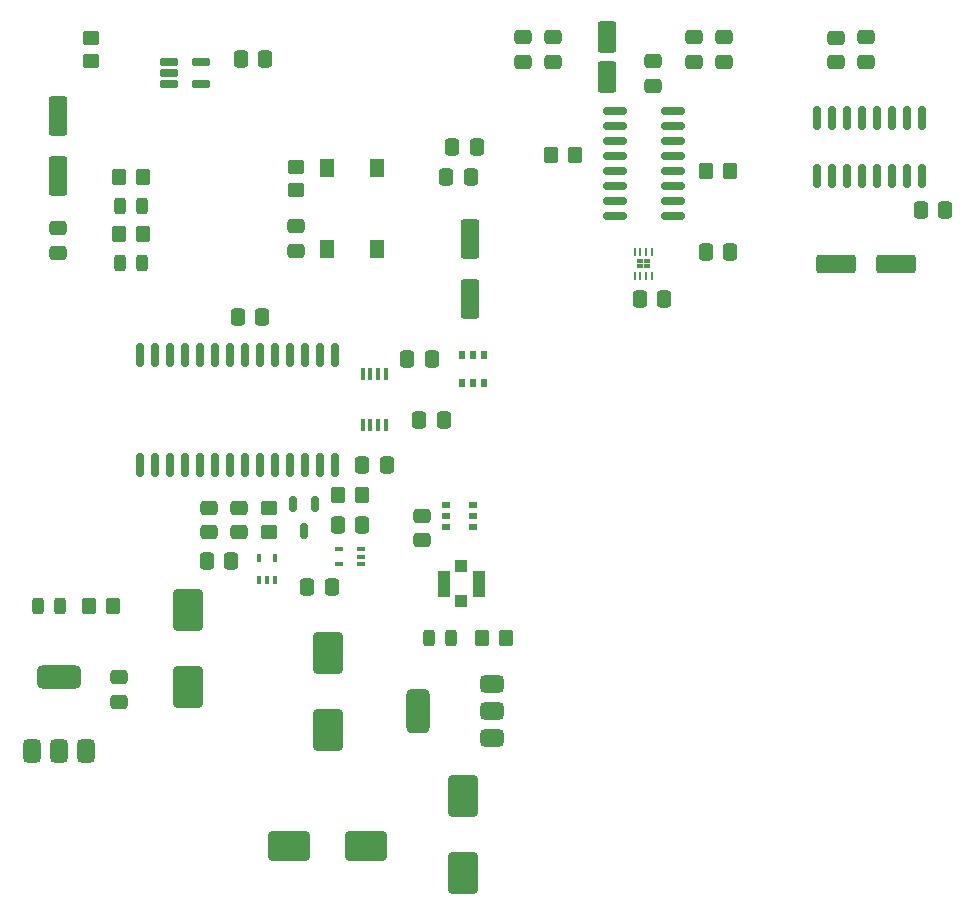
<source format=gtp>
G04 #@! TF.GenerationSoftware,KiCad,Pcbnew,7.0.11*
G04 #@! TF.CreationDate,2024-03-19T21:31:16+01:00*
G04 #@! TF.ProjectId,GPSDO,47505344-4f2e-46b6-9963-61645f706362,rev?*
G04 #@! TF.SameCoordinates,Original*
G04 #@! TF.FileFunction,Paste,Top*
G04 #@! TF.FilePolarity,Positive*
%FSLAX46Y46*%
G04 Gerber Fmt 4.6, Leading zero omitted, Abs format (unit mm)*
G04 Created by KiCad (PCBNEW 7.0.11) date 2024-03-19 21:31:16*
%MOMM*%
%LPD*%
G01*
G04 APERTURE LIST*
G04 Aperture macros list*
%AMRoundRect*
0 Rectangle with rounded corners*
0 $1 Rounding radius*
0 $2 $3 $4 $5 $6 $7 $8 $9 X,Y pos of 4 corners*
0 Add a 4 corners polygon primitive as box body*
4,1,4,$2,$3,$4,$5,$6,$7,$8,$9,$2,$3,0*
0 Add four circle primitives for the rounded corners*
1,1,$1+$1,$2,$3*
1,1,$1+$1,$4,$5*
1,1,$1+$1,$6,$7*
1,1,$1+$1,$8,$9*
0 Add four rect primitives between the rounded corners*
20,1,$1+$1,$2,$3,$4,$5,0*
20,1,$1+$1,$4,$5,$6,$7,0*
20,1,$1+$1,$6,$7,$8,$9,0*
20,1,$1+$1,$8,$9,$2,$3,0*%
G04 Aperture macros list end*
%ADD10RoundRect,0.250000X0.550000X-1.075000X0.550000X1.075000X-0.550000X1.075000X-0.550000X-1.075000X0*%
%ADD11RoundRect,0.250000X1.000000X-1.500000X1.000000X1.500000X-1.000000X1.500000X-1.000000X-1.500000X0*%
%ADD12R,0.400000X1.100000*%
%ADD13RoundRect,0.250000X0.350000X0.450000X-0.350000X0.450000X-0.350000X-0.450000X0.350000X-0.450000X0*%
%ADD14RoundRect,0.150000X-0.150000X0.512500X-0.150000X-0.512500X0.150000X-0.512500X0.150000X0.512500X0*%
%ADD15RoundRect,0.243750X-0.243750X-0.456250X0.243750X-0.456250X0.243750X0.456250X-0.243750X0.456250X0*%
%ADD16RoundRect,0.162500X-0.617500X-0.162500X0.617500X-0.162500X0.617500X0.162500X-0.617500X0.162500X0*%
%ADD17R,0.510000X0.700000*%
%ADD18RoundRect,0.250000X1.500000X1.000000X-1.500000X1.000000X-1.500000X-1.000000X1.500000X-1.000000X0*%
%ADD19RoundRect,0.250000X-0.350000X-0.450000X0.350000X-0.450000X0.350000X0.450000X-0.350000X0.450000X0*%
%ADD20RoundRect,0.090000X-0.170000X0.090000X-0.170000X-0.090000X0.170000X-0.090000X0.170000X0.090000X0*%
%ADD21RoundRect,0.062500X-0.062500X0.287500X-0.062500X-0.287500X0.062500X-0.287500X0.062500X0.287500X0*%
%ADD22RoundRect,0.375000X0.375000X-0.625000X0.375000X0.625000X-0.375000X0.625000X-0.375000X-0.625000X0*%
%ADD23RoundRect,0.500000X1.400000X-0.500000X1.400000X0.500000X-1.400000X0.500000X-1.400000X-0.500000X0*%
%ADD24RoundRect,0.250000X0.475000X-0.337500X0.475000X0.337500X-0.475000X0.337500X-0.475000X-0.337500X0*%
%ADD25RoundRect,0.250000X-1.412500X-0.550000X1.412500X-0.550000X1.412500X0.550000X-1.412500X0.550000X0*%
%ADD26RoundRect,0.250000X-0.450000X0.350000X-0.450000X-0.350000X0.450000X-0.350000X0.450000X0.350000X0*%
%ADD27RoundRect,0.250000X-0.337500X-0.475000X0.337500X-0.475000X0.337500X0.475000X-0.337500X0.475000X0*%
%ADD28RoundRect,0.250000X0.550000X-1.412500X0.550000X1.412500X-0.550000X1.412500X-0.550000X-1.412500X0*%
%ADD29RoundRect,0.243750X0.243750X0.456250X-0.243750X0.456250X-0.243750X-0.456250X0.243750X-0.456250X0*%
%ADD30RoundRect,0.375000X0.625000X0.375000X-0.625000X0.375000X-0.625000X-0.375000X0.625000X-0.375000X0*%
%ADD31RoundRect,0.500000X0.500000X1.400000X-0.500000X1.400000X-0.500000X-1.400000X0.500000X-1.400000X0*%
%ADD32RoundRect,0.250000X-1.000000X1.500000X-1.000000X-1.500000X1.000000X-1.500000X1.000000X1.500000X0*%
%ADD33RoundRect,0.250000X0.337500X0.475000X-0.337500X0.475000X-0.337500X-0.475000X0.337500X-0.475000X0*%
%ADD34RoundRect,0.100000X0.225000X0.100000X-0.225000X0.100000X-0.225000X-0.100000X0.225000X-0.100000X0*%
%ADD35R,0.700000X0.510000*%
%ADD36R,1.300000X1.550000*%
%ADD37RoundRect,0.250000X-0.475000X0.337500X-0.475000X-0.337500X0.475000X-0.337500X0.475000X0.337500X0*%
%ADD38RoundRect,0.100000X0.100000X-0.225000X0.100000X0.225000X-0.100000X0.225000X-0.100000X-0.225000X0*%
%ADD39R,1.000000X1.000000*%
%ADD40R,1.050000X2.200000*%
%ADD41RoundRect,0.150000X0.150000X-0.875000X0.150000X0.875000X-0.150000X0.875000X-0.150000X-0.875000X0*%
%ADD42RoundRect,0.150000X-0.825000X-0.150000X0.825000X-0.150000X0.825000X0.150000X-0.825000X0.150000X0*%
%ADD43RoundRect,0.150000X-0.150000X0.825000X-0.150000X-0.825000X0.150000X-0.825000X0.150000X0.825000X0*%
G04 APERTURE END LIST*
D10*
X70612000Y-35076000D03*
X70612000Y-31726000D03*
D11*
X46990000Y-90372000D03*
X46990000Y-83872000D03*
D12*
X51902000Y-60207000D03*
X51252000Y-60207000D03*
X50602000Y-60207000D03*
X49952000Y-60207000D03*
X49952000Y-64507000D03*
X50602000Y-64507000D03*
X51252000Y-64507000D03*
X51902000Y-64507000D03*
D13*
X62087000Y-82550000D03*
X60087000Y-82550000D03*
D14*
X45908000Y-71252500D03*
X44008000Y-71252500D03*
X44958000Y-73527500D03*
D15*
X29415500Y-45974000D03*
X31290500Y-45974000D03*
D16*
X33575000Y-33782000D03*
X33575000Y-34732000D03*
X33575000Y-35682000D03*
X36275000Y-35682000D03*
X36275000Y-33782000D03*
D17*
X60259000Y-58628000D03*
X59309000Y-58628000D03*
X58359000Y-58628000D03*
X58359000Y-60948000D03*
X59309000Y-60948000D03*
X60259000Y-60948000D03*
D18*
X50240000Y-100203000D03*
X43740000Y-100203000D03*
D19*
X47895000Y-70485000D03*
X49895000Y-70485000D03*
D20*
X74041000Y-50673000D03*
X73391000Y-50673000D03*
X74041000Y-51123000D03*
X73391000Y-51123000D03*
D21*
X74466000Y-49898000D03*
X73966000Y-49898000D03*
X73466000Y-49898000D03*
X72966000Y-49898000D03*
X72966000Y-51898000D03*
X73466000Y-51898000D03*
X73966000Y-51898000D03*
X74466000Y-51898000D03*
D22*
X21957000Y-92177000D03*
X24257000Y-92177000D03*
D23*
X24257000Y-85877000D03*
D22*
X26557000Y-92177000D03*
D24*
X74549000Y-35835500D03*
X74549000Y-33760500D03*
X92583000Y-33803500D03*
X92583000Y-31728500D03*
X80518000Y-33803500D03*
X80518000Y-31728500D03*
D19*
X79010000Y-43053000D03*
X81010000Y-43053000D03*
D25*
X90045500Y-50927000D03*
X95120500Y-50927000D03*
D26*
X41985000Y-71569000D03*
X41985000Y-73569000D03*
D27*
X73384500Y-53848000D03*
X75459500Y-53848000D03*
D28*
X59055000Y-53845500D03*
X59055000Y-48770500D03*
X24130000Y-43431500D03*
X24130000Y-38356500D03*
D29*
X57452500Y-82550000D03*
X55577500Y-82550000D03*
D30*
X60935000Y-91073000D03*
X60935000Y-88773000D03*
D31*
X54635000Y-88773000D03*
D30*
X60935000Y-86473000D03*
D24*
X36905000Y-73606500D03*
X36905000Y-71531500D03*
D32*
X58420000Y-95937000D03*
X58420000Y-102437000D03*
D33*
X81047500Y-49911000D03*
X78972500Y-49911000D03*
D27*
X45241300Y-78247000D03*
X47316300Y-78247000D03*
D26*
X26924000Y-31766000D03*
X26924000Y-33766000D03*
D32*
X35179000Y-80189000D03*
X35179000Y-86689000D03*
D33*
X41677500Y-33528000D03*
X39602500Y-33528000D03*
D24*
X63500000Y-33803500D03*
X63500000Y-31728500D03*
X90043000Y-33825000D03*
X90043000Y-31750000D03*
D13*
X31333000Y-43561000D03*
X29333000Y-43561000D03*
D24*
X39445000Y-73606500D03*
X39445000Y-71531500D03*
X44323000Y-49805500D03*
X44323000Y-47730500D03*
X77978000Y-33803500D03*
X77978000Y-31728500D03*
X54991000Y-74316500D03*
X54991000Y-72241500D03*
D29*
X24356300Y-79857600D03*
X22481300Y-79857600D03*
D13*
X28787600Y-79857600D03*
X26787600Y-79857600D03*
D34*
X49845000Y-76342000D03*
X49845000Y-75692000D03*
X49845000Y-75042000D03*
X47945000Y-75042000D03*
X47945000Y-76342000D03*
D33*
X59584500Y-41021000D03*
X57509500Y-41021000D03*
X56790500Y-64135000D03*
X54715500Y-64135000D03*
X49911000Y-73025000D03*
X47836000Y-73025000D03*
X51964500Y-67945000D03*
X49889500Y-67945000D03*
D35*
X59326000Y-73213000D03*
X59326000Y-72263000D03*
X59326000Y-71313000D03*
X57006000Y-71313000D03*
X57006000Y-72263000D03*
X57006000Y-73213000D03*
D27*
X97209700Y-46329600D03*
X99284700Y-46329600D03*
D36*
X46922000Y-49628000D03*
X46922000Y-42828000D03*
X51122000Y-49628000D03*
X51122000Y-42828000D03*
D33*
X59076500Y-43561000D03*
X57001500Y-43561000D03*
D37*
X24130000Y-47882900D03*
X24130000Y-49957900D03*
D38*
X41208000Y-77681000D03*
X41858000Y-77681000D03*
X42508000Y-77681000D03*
X42508000Y-75781000D03*
X41208000Y-75781000D03*
D13*
X67929000Y-41656000D03*
X65929000Y-41656000D03*
D26*
X44323000Y-42688000D03*
X44323000Y-44688000D03*
D27*
X53699500Y-58928000D03*
X55774500Y-58928000D03*
D39*
X58293000Y-76478000D03*
D40*
X59768000Y-77978000D03*
D39*
X58293000Y-79478000D03*
D40*
X56818000Y-77978000D03*
D24*
X66040000Y-33803500D03*
X66040000Y-31728500D03*
D15*
X29415500Y-50800000D03*
X31290500Y-50800000D03*
D41*
X31115000Y-67896000D03*
X32385000Y-67896000D03*
X33655000Y-67896000D03*
X34925000Y-67896000D03*
X36195000Y-67896000D03*
X37465000Y-67896000D03*
X38735000Y-67896000D03*
X40005000Y-67896000D03*
X41275000Y-67896000D03*
X42545000Y-67896000D03*
X43815000Y-67896000D03*
X45085000Y-67896000D03*
X46355000Y-67896000D03*
X47625000Y-67896000D03*
X47625000Y-58596000D03*
X46355000Y-58596000D03*
X45085000Y-58596000D03*
X43815000Y-58596000D03*
X42545000Y-58596000D03*
X41275000Y-58596000D03*
X40005000Y-58596000D03*
X38735000Y-58596000D03*
X37465000Y-58596000D03*
X36195000Y-58596000D03*
X34925000Y-58596000D03*
X33655000Y-58596000D03*
X32385000Y-58596000D03*
X31115000Y-58596000D03*
D42*
X71312000Y-37973000D03*
X71312000Y-39243000D03*
X71312000Y-40513000D03*
X71312000Y-41783000D03*
X71312000Y-43053000D03*
X71312000Y-44323000D03*
X71312000Y-45593000D03*
X71312000Y-46863000D03*
X76262000Y-46863000D03*
X76262000Y-45593000D03*
X76262000Y-44323000D03*
X76262000Y-43053000D03*
X76262000Y-41783000D03*
X76262000Y-40513000D03*
X76262000Y-39243000D03*
X76262000Y-37973000D03*
D13*
X31333000Y-48387000D03*
X29333000Y-48387000D03*
D43*
X97282000Y-38546000D03*
X96012000Y-38546000D03*
X94742000Y-38546000D03*
X93472000Y-38546000D03*
X92202000Y-38546000D03*
X90932000Y-38546000D03*
X89662000Y-38546000D03*
X88392000Y-38546000D03*
X88392000Y-43496000D03*
X89662000Y-43496000D03*
X90932000Y-43496000D03*
X92202000Y-43496000D03*
X93472000Y-43496000D03*
X94742000Y-43496000D03*
X96012000Y-43496000D03*
X97282000Y-43496000D03*
D27*
X36756500Y-76096000D03*
X38831500Y-76096000D03*
X39348500Y-55372000D03*
X41423500Y-55372000D03*
D24*
X29311600Y-87956300D03*
X29311600Y-85881300D03*
M02*

</source>
